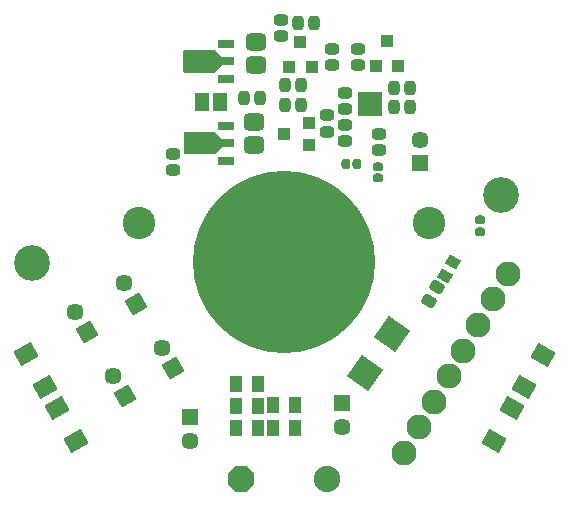
<source format=gts>
G04 Layer_Color=8388736*
%FSLAX24Y24*%
%MOIN*%
G70*
G01*
G75*
%ADD85R,0.0827X0.0827*%
G04:AMPARAMS|DCode=86|XSize=30mil|YSize=32mil|CornerRadius=8.4mil|HoleSize=0mil|Usage=FLASHONLY|Rotation=270.000|XOffset=0mil|YOffset=0mil|HoleType=Round|Shape=RoundedRectangle|*
%AMROUNDEDRECTD86*
21,1,0.0300,0.0152,0,0,270.0*
21,1,0.0132,0.0320,0,0,270.0*
1,1,0.0168,-0.0076,-0.0066*
1,1,0.0168,-0.0076,0.0066*
1,1,0.0168,0.0076,0.0066*
1,1,0.0168,0.0076,-0.0066*
%
%ADD86ROUNDEDRECTD86*%
G04:AMPARAMS|DCode=87|XSize=30mil|YSize=32mil|CornerRadius=8.4mil|HoleSize=0mil|Usage=FLASHONLY|Rotation=0.000|XOffset=0mil|YOffset=0mil|HoleType=Round|Shape=RoundedRectangle|*
%AMROUNDEDRECTD87*
21,1,0.0300,0.0152,0,0,0.0*
21,1,0.0132,0.0320,0,0,0.0*
1,1,0.0168,0.0066,-0.0076*
1,1,0.0168,-0.0066,-0.0076*
1,1,0.0168,-0.0066,0.0076*
1,1,0.0168,0.0066,0.0076*
%
%ADD87ROUNDEDRECTD87*%
G04:AMPARAMS|DCode=88|XSize=37.1mil|YSize=47.4mil|CornerRadius=9.8mil|HoleSize=0mil|Usage=FLASHONLY|Rotation=270.000|XOffset=0mil|YOffset=0mil|HoleType=Round|Shape=RoundedRectangle|*
%AMROUNDEDRECTD88*
21,1,0.0371,0.0277,0,0,270.0*
21,1,0.0175,0.0474,0,0,270.0*
1,1,0.0197,-0.0139,-0.0087*
1,1,0.0197,-0.0139,0.0087*
1,1,0.0197,0.0139,0.0087*
1,1,0.0197,0.0139,-0.0087*
%
%ADD88ROUNDEDRECTD88*%
G04:AMPARAMS|DCode=89|XSize=55.2mil|YSize=67.1mil|CornerRadius=0mil|HoleSize=0mil|Usage=FLASHONLY|Rotation=240.000|XOffset=0mil|YOffset=0mil|HoleType=Round|Shape=Rectangle|*
%AMROTATEDRECTD89*
4,1,4,-0.0152,0.0407,0.0428,0.0072,0.0152,-0.0407,-0.0428,-0.0072,-0.0152,0.0407,0.0*
%
%ADD89ROTATEDRECTD89*%

G04:AMPARAMS|DCode=90|XSize=55.2mil|YSize=67.1mil|CornerRadius=0mil|HoleSize=0mil|Usage=FLASHONLY|Rotation=300.000|XOffset=0mil|YOffset=0mil|HoleType=Round|Shape=Rectangle|*
%AMROTATEDRECTD90*
4,1,4,-0.0428,0.0072,0.0152,0.0407,0.0428,-0.0072,-0.0152,-0.0407,-0.0428,0.0072,0.0*
%
%ADD90ROTATEDRECTD90*%

%ADD91P,0.1230X4X100.0*%
G04:AMPARAMS|DCode=92|XSize=37.1mil|YSize=47.4mil|CornerRadius=9.8mil|HoleSize=0mil|Usage=FLASHONLY|Rotation=240.000|XOffset=0mil|YOffset=0mil|HoleType=Round|Shape=RoundedRectangle|*
%AMROUNDEDRECTD92*
21,1,0.0371,0.0277,0,0,240.0*
21,1,0.0175,0.0474,0,0,240.0*
1,1,0.0197,-0.0164,-0.0006*
1,1,0.0197,-0.0076,0.0145*
1,1,0.0197,0.0164,0.0006*
1,1,0.0197,0.0076,-0.0145*
%
%ADD92ROUNDEDRECTD92*%
%ADD93R,0.0513X0.0631*%
G04:AMPARAMS|DCode=94|XSize=42.6mil|YSize=34.4mil|CornerRadius=0mil|HoleSize=0mil|Usage=FLASHONLY|Rotation=150.000|XOffset=0mil|YOffset=0mil|HoleType=Round|Shape=Rectangle|*
%AMROTATEDRECTD94*
4,1,4,0.0271,0.0042,0.0099,-0.0255,-0.0271,-0.0042,-0.0099,0.0255,0.0271,0.0042,0.0*
%
%ADD94ROTATEDRECTD94*%

%ADD95R,0.0552X0.0277*%
%ADD96R,0.0474X0.0277*%
G04:AMPARAMS|DCode=97|XSize=37.1mil|YSize=47.4mil|CornerRadius=9.8mil|HoleSize=0mil|Usage=FLASHONLY|Rotation=0.000|XOffset=0mil|YOffset=0mil|HoleType=Round|Shape=RoundedRectangle|*
%AMROUNDEDRECTD97*
21,1,0.0371,0.0277,0,0,0.0*
21,1,0.0175,0.0474,0,0,0.0*
1,1,0.0197,0.0087,-0.0139*
1,1,0.0197,-0.0087,-0.0139*
1,1,0.0197,-0.0087,0.0139*
1,1,0.0197,0.0087,0.0139*
%
%ADD97ROUNDEDRECTD97*%
G04:AMPARAMS|DCode=98|XSize=60mil|YSize=68mil|CornerRadius=17mil|HoleSize=0mil|Usage=FLASHONLY|Rotation=270.000|XOffset=0mil|YOffset=0mil|HoleType=Round|Shape=RoundedRectangle|*
%AMROUNDEDRECTD98*
21,1,0.0600,0.0340,0,0,270.0*
21,1,0.0260,0.0680,0,0,270.0*
1,1,0.0340,-0.0170,-0.0130*
1,1,0.0340,-0.0170,0.0130*
1,1,0.0340,0.0170,0.0130*
1,1,0.0340,0.0170,-0.0130*
%
%ADD98ROUNDEDRECTD98*%
G04:AMPARAMS|DCode=99|XSize=118.7mil|YSize=118.7mil|CornerRadius=59.4mil|HoleSize=0mil|Usage=FLASHONLY|Rotation=60.000|XOffset=0mil|YOffset=0mil|HoleType=Round|Shape=RoundedRectangle|*
%AMROUNDEDRECTD99*
21,1,0.1187,0.0000,0,0,60.0*
21,1,0.0000,0.1187,0,0,60.0*
1,1,0.1187,0.0000,0.0000*
1,1,0.1187,0.0000,0.0000*
1,1,0.1187,0.0000,0.0000*
1,1,0.1187,0.0000,0.0000*
%
%ADD99ROUNDEDRECTD99*%
G04:AMPARAMS|DCode=100|XSize=118.7mil|YSize=118.7mil|CornerRadius=59.4mil|HoleSize=0mil|Usage=FLASHONLY|Rotation=45.000|XOffset=0mil|YOffset=0mil|HoleType=Round|Shape=RoundedRectangle|*
%AMROUNDEDRECTD100*
21,1,0.1187,0.0000,0,0,45.0*
21,1,0.0000,0.1187,0,0,45.0*
1,1,0.1187,0.0000,0.0000*
1,1,0.1187,0.0000,0.0000*
1,1,0.1187,0.0000,0.0000*
1,1,0.1187,0.0000,0.0000*
%
%ADD100ROUNDEDRECTD100*%
%ADD101R,0.0415X0.0572*%
%ADD102R,0.0400X0.0440*%
%ADD103R,0.0440X0.0400*%
%ADD104R,0.0228X0.0218*%
%ADD105R,0.0218X0.0228*%
%ADD106C,0.0570*%
%ADD107R,0.0570X0.0570*%
%ADD108C,0.1080*%
%ADD109C,0.6080*%
%ADD110C,0.0828*%
%ADD111P,0.0806X4X165.0*%
%ADD112C,0.0880*%
%ADD113P,0.0953X8X22.5*%
G36*
X1413Y12515D02*
X2397Y12515D01*
X2402Y12514D01*
X2408Y12513D01*
X2412Y12512D01*
X2417Y12509D01*
X2422Y12506D01*
X2426Y12503D01*
X2662Y12267D01*
X2665Y12263D01*
X2668Y12258D01*
X2670Y12254D01*
X2672Y12249D01*
X2673Y12244D01*
X2673Y12238D01*
Y12042D01*
X2673Y12036D01*
X2672Y12031D01*
X2670Y12026D01*
X2668Y12022D01*
X2665Y12017D01*
X2662Y12013D01*
X2426Y11777D01*
X2422Y11774D01*
X2417Y11771D01*
X2412Y11768D01*
X2408Y11767D01*
X2402Y11766D01*
X2397Y11765D01*
X1413Y11765D01*
X1413D01*
D01*
X1408Y11766D01*
X1403Y11767D01*
X1398Y11768D01*
X1395Y11769D01*
X1393Y11771D01*
X1389Y11774D01*
X1385Y11777D01*
Y11777D01*
X1385D01*
X1381Y11781D01*
X1378Y11785D01*
X1377Y11788D01*
X1376Y11790D01*
X1374Y11795D01*
X1373Y11800D01*
X1373Y11805D01*
D01*
Y11805D01*
X1373Y12475D01*
X1373Y12480D01*
X1374Y12485D01*
X1376Y12490D01*
X1377Y12492D01*
X1378Y12495D01*
X1381Y12499D01*
X1385Y12503D01*
X1385D01*
Y12503D01*
X1389Y12506D01*
X1393Y12509D01*
X1395Y12511D01*
X1398Y12512D01*
X1403Y12513D01*
X1408Y12514D01*
X1413Y12515D01*
X1413D01*
D01*
D01*
D02*
G37*
G36*
X1403Y15245D02*
X2387Y15245D01*
X2392Y15244D01*
X2398Y15243D01*
X2403Y15242D01*
X2407Y15239D01*
X2412Y15236D01*
X2416Y15233D01*
X2652Y14997D01*
X2655Y14993D01*
X2658Y14988D01*
X2660Y14984D01*
X2662Y14979D01*
X2663Y14974D01*
X2663Y14968D01*
Y14772D01*
X2663Y14766D01*
X2662Y14761D01*
X2660Y14756D01*
X2658Y14752D01*
X2655Y14747D01*
X2652Y14743D01*
X2416Y14507D01*
X2412Y14504D01*
X2407Y14501D01*
X2403Y14498D01*
X2398Y14497D01*
X2392Y14496D01*
X2387Y14495D01*
X1403D01*
D01*
X1403D01*
X1398Y14496D01*
X1393Y14497D01*
X1388Y14498D01*
X1383Y14501D01*
X1380Y14503D01*
X1379Y14504D01*
X1375Y14507D01*
Y14507D01*
X1375D01*
X1371Y14511D01*
X1370Y14512D01*
X1368Y14515D01*
X1366Y14520D01*
X1364Y14525D01*
X1363Y14530D01*
X1363Y14535D01*
D01*
Y14535D01*
X1363Y15205D01*
X1363Y15210D01*
X1364Y15215D01*
X1366Y15220D01*
X1368Y15225D01*
X1370Y15228D01*
X1371Y15229D01*
X1375Y15233D01*
X1375D01*
Y15233D01*
X1379Y15236D01*
X1380Y15237D01*
X1383Y15239D01*
X1388Y15242D01*
X1393Y15243D01*
X1398Y15244D01*
X1403Y15245D01*
X1403D01*
D01*
D01*
D02*
G37*
D85*
X7590Y13440D02*
D03*
D86*
X7850Y10970D02*
D03*
X7850Y11349D02*
D03*
X11260Y9190D02*
D03*
Y9569D02*
D03*
D87*
X7150Y11440D02*
D03*
X6771D02*
D03*
D88*
X7870Y11912D02*
D03*
Y12448D02*
D03*
X7190Y15288D02*
D03*
X7190Y14752D02*
D03*
X6300Y15288D02*
D03*
Y14752D02*
D03*
X6135Y13066D02*
D03*
X6135Y12531D02*
D03*
X4615Y15727D02*
D03*
Y16262D02*
D03*
X6750Y13802D02*
D03*
Y13267D02*
D03*
Y12217D02*
D03*
Y12752D02*
D03*
X1020Y11788D02*
D03*
Y11252D02*
D03*
D89*
X11700Y2219D02*
D03*
X12330Y3310D02*
D03*
X12730Y3999D02*
D03*
X13360Y5090D02*
D03*
D90*
X-2220Y2229D02*
D03*
X-2850Y3320D02*
D03*
X-3240Y4029D02*
D03*
X-3870Y5120D02*
D03*
D91*
X8313Y5777D02*
D03*
X7408Y4485D02*
D03*
D92*
X9804Y7342D02*
D03*
X9536Y6878D02*
D03*
D93*
X2585Y13510D02*
D03*
X1995Y13510D02*
D03*
D94*
X10089Y7723D02*
D03*
X10351Y8177D02*
D03*
D95*
X2781Y14279D02*
D03*
X2781Y15461D02*
D03*
X2791Y12731D02*
D03*
X2791Y11549D02*
D03*
D96*
X2820Y14870D02*
D03*
X2830Y12140D02*
D03*
D97*
X3918Y13650D02*
D03*
X3382Y13650D02*
D03*
X8392Y13340D02*
D03*
X8928D02*
D03*
X8392Y13980D02*
D03*
X8928D02*
D03*
X5713Y16154D02*
D03*
X5177Y16154D02*
D03*
X5283Y14074D02*
D03*
X4747Y14074D02*
D03*
X4742Y13410D02*
D03*
X5278Y13410D02*
D03*
D98*
X3790Y15504D02*
D03*
Y14750D02*
D03*
X3700Y12834D02*
D03*
X3700Y12080D02*
D03*
D99*
X11940Y10420D02*
D03*
D100*
X-3690Y8140D02*
D03*
D101*
X5095Y2649D02*
D03*
X4366D02*
D03*
X5095Y3399D02*
D03*
X4366D02*
D03*
X3111Y2649D02*
D03*
X3839Y2649D02*
D03*
X3839Y3379D02*
D03*
X3111Y3379D02*
D03*
X3839Y4129D02*
D03*
X3111Y4129D02*
D03*
D102*
X4881Y14681D02*
D03*
X5635Y14681D02*
D03*
X5255Y15514D02*
D03*
X7771Y14720D02*
D03*
X8525Y14720D02*
D03*
X8145Y15554D02*
D03*
D103*
X5564Y12066D02*
D03*
X5564Y12820D02*
D03*
X4730Y12440D02*
D03*
D104*
X7885Y13149D02*
D03*
X7295D02*
D03*
X7885Y13342D02*
D03*
X7295D02*
D03*
X7885Y13538D02*
D03*
X7295Y13538D02*
D03*
X7885Y13731D02*
D03*
X7295Y13731D02*
D03*
D105*
X7688Y13145D02*
D03*
X7492Y13145D02*
D03*
X7688Y13735D02*
D03*
X7492D02*
D03*
D106*
X9240Y12254D02*
D03*
X1580Y2216D02*
D03*
X6640Y2686D02*
D03*
X-977Y4381D02*
D03*
X-2247Y6521D02*
D03*
X633Y5321D02*
D03*
X-627Y7471D02*
D03*
D107*
X9240Y11466D02*
D03*
X1580Y3004D02*
D03*
X6640Y3474D02*
D03*
D108*
X-103Y9479D02*
D03*
X9557Y9479D02*
D03*
D109*
X4717Y8169D02*
D03*
D110*
X8725Y1820D02*
D03*
X9217Y2673D02*
D03*
X9709Y3525D02*
D03*
X10201Y4377D02*
D03*
X10693Y5230D02*
D03*
X11185Y6082D02*
D03*
X11677Y6935D02*
D03*
X12170Y7787D02*
D03*
D111*
X-583Y3699D02*
D03*
X-1853Y5839D02*
D03*
X1027Y4639D02*
D03*
X-233Y6789D02*
D03*
D112*
X6157Y959D02*
D03*
D113*
X3277Y959D02*
D03*
M02*

</source>
